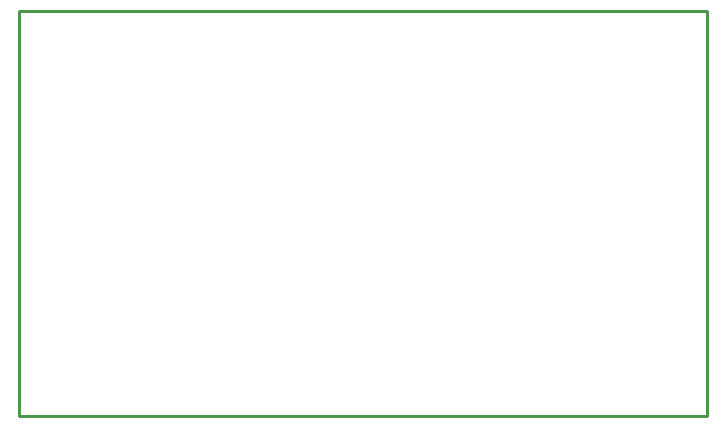
<source format=gko>
G04*
G04 #@! TF.GenerationSoftware,Altium Limited,Altium Designer,20.0.13 (296)*
G04*
G04 Layer_Color=16711935*
%FSLAX23Y23*%
%MOIN*%
G70*
G01*
G75*
%ADD13C,0.010*%
D13*
X0Y0D02*
X2295D01*
X0D02*
Y1350D01*
X2295D01*
Y0D02*
Y1350D01*
M02*

</source>
